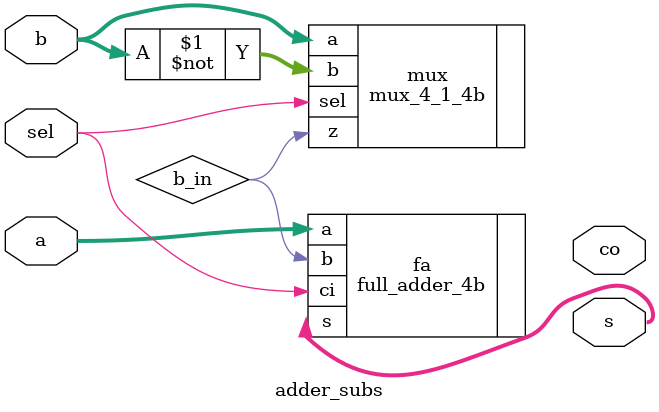
<source format=v>
`timescale 1ns / 1ps


module adder_subs(
    input [3:0] a,b,
    input sel,
    output [3:0] s,
    output co
    );
    wire b_in;
    mux_4_1_4b mux(.a(b),.b(~b),.sel(sel),.z(b_in));
    
    full_adder_4b fa(.a(a),.b(b_in),.ci(sel),.s(s));
    
    
    
endmodule

</source>
